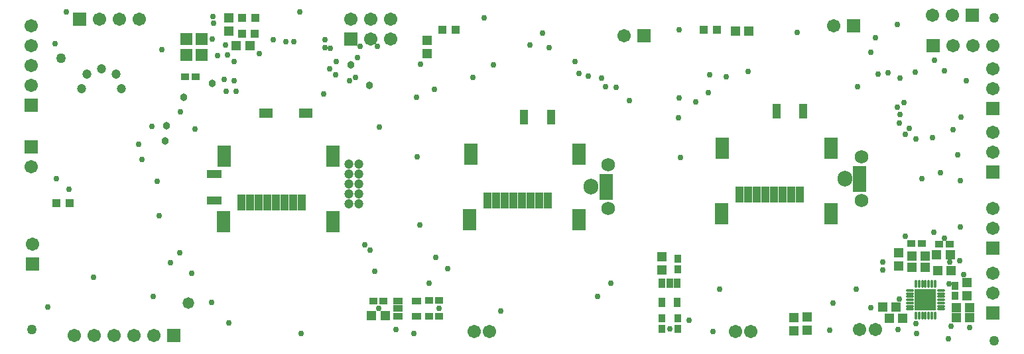
<source format=gts>
G04*
G04 #@! TF.GenerationSoftware,Altium Limited,Altium Designer,21.6.4 (81)*
G04*
G04 Layer_Color=8388736*
%FSLAX25Y25*%
%MOIN*%
G70*
G04*
G04 #@! TF.SameCoordinates,DF6BEBB8-A918-4F7C-B8FD-E409C10D3AD1*
G04*
G04*
G04 #@! TF.FilePolarity,Negative*
G04*
G01*
G75*
%ADD33R,0.06509X0.10642*%
%ADD34R,0.06706X0.10642*%
%ADD35R,0.03950X0.08280*%
%ADD36R,0.04737X0.05131*%
%ADD37C,0.05000*%
%ADD38R,0.03950X0.03950*%
%ADD39R,0.03950X0.07493*%
%ADD40R,0.07493X0.03950*%
%ADD41R,0.07099X0.04737*%
%ADD42R,0.05918X0.05918*%
%ADD43R,0.06706X0.02572*%
%ADD44R,0.05131X0.04737*%
%ADD45R,0.04343X0.03556*%
%ADD46R,0.05131X0.03359*%
%ADD47R,0.03556X0.04343*%
%ADD48O,0.03950X0.01587*%
%ADD49O,0.01587X0.03950*%
%ADD50R,0.11036X0.11036*%
%ADD51R,0.03359X0.05131*%
%ADD52C,0.06706*%
%ADD53R,0.06706X0.06706*%
%ADD54R,0.06706X0.06706*%
%ADD55C,0.04737*%
%ADD56O,0.07493X0.07887*%
%ADD57C,0.06902*%
%ADD58C,0.03000*%
%ADD59C,0.05800*%
%ADD60C,0.03800*%
%ADD61C,0.02769*%
D33*
X79863Y90500D02*
D03*
X79816Y57500D02*
D03*
X330153Y61500D02*
D03*
X330200Y94500D02*
D03*
X203653Y58500D02*
D03*
X203700Y91500D02*
D03*
D34*
X25363Y90500D02*
D03*
X24863Y57500D02*
D03*
X275200Y61500D02*
D03*
X275700Y94500D02*
D03*
X148700Y58500D02*
D03*
X149200Y91500D02*
D03*
D35*
X33851Y66949D02*
D03*
X38182D02*
D03*
X42513D02*
D03*
X46843D02*
D03*
X51174D02*
D03*
X55505D02*
D03*
X59835D02*
D03*
X64166D02*
D03*
X314503Y70949D02*
D03*
X310172D02*
D03*
X305842D02*
D03*
X301511D02*
D03*
X297180D02*
D03*
X292850D02*
D03*
X288519D02*
D03*
X284188D02*
D03*
X188003Y67949D02*
D03*
X183672D02*
D03*
X179342D02*
D03*
X175011D02*
D03*
X170680D02*
D03*
X166350D02*
D03*
X162019D02*
D03*
X157688D02*
D03*
D36*
X318200Y2654D02*
D03*
Y9347D02*
D03*
X311700Y2454D02*
D03*
Y9146D02*
D03*
X27500Y159947D02*
D03*
Y153253D02*
D03*
X398700Y26846D02*
D03*
Y20154D02*
D03*
X245200Y33154D02*
D03*
Y39846D02*
D03*
X127263Y148846D02*
D03*
Y142154D02*
D03*
X364200Y35153D02*
D03*
Y41846D02*
D03*
D37*
X412100Y-2562D02*
D03*
Y160000D02*
D03*
X-56734Y139637D02*
D03*
X-71400Y3000D02*
D03*
D38*
X40848Y160000D02*
D03*
X34352D02*
D03*
X34152Y152100D02*
D03*
X40648D02*
D03*
X-59048Y66600D02*
D03*
X-52552D02*
D03*
X141448Y154000D02*
D03*
X134952D02*
D03*
X266315Y153900D02*
D03*
X272811D02*
D03*
D39*
X176070Y110100D02*
D03*
X189456D02*
D03*
X316356Y113000D02*
D03*
X302970D02*
D03*
D40*
X20263Y67907D02*
D03*
Y81293D02*
D03*
D41*
X46263Y112000D02*
D03*
X66263D02*
D03*
D42*
X6200Y141500D02*
D03*
X14074D02*
D03*
X6200Y149374D02*
D03*
X14074D02*
D03*
D43*
X344700Y73764D02*
D03*
Y76323D02*
D03*
Y78882D02*
D03*
Y81441D02*
D03*
Y84000D02*
D03*
X217200Y69764D02*
D03*
Y72323D02*
D03*
Y74882D02*
D03*
Y77441D02*
D03*
Y80000D02*
D03*
D44*
X38109Y146000D02*
D03*
X31417D02*
D03*
X106109Y10063D02*
D03*
X99417D02*
D03*
X356316Y14300D02*
D03*
X363010D02*
D03*
X400046Y14000D02*
D03*
X393354D02*
D03*
Y9000D02*
D03*
X400046D02*
D03*
X390610Y32800D02*
D03*
X383917D02*
D03*
X383417Y40600D02*
D03*
X390109D02*
D03*
X377547Y40000D02*
D03*
X370853D02*
D03*
X370853Y34500D02*
D03*
X377547D02*
D03*
X359517Y8700D02*
D03*
X366210D02*
D03*
X282217Y153500D02*
D03*
X288910D02*
D03*
D45*
X10822Y130500D02*
D03*
X5704D02*
D03*
X133322Y17563D02*
D03*
X128204D02*
D03*
X384641Y46000D02*
D03*
X389759D02*
D03*
X375759Y46500D02*
D03*
X370641D02*
D03*
X100204Y17500D02*
D03*
X105322D02*
D03*
X128204Y9563D02*
D03*
X133322D02*
D03*
D46*
X121987Y17303D02*
D03*
Y9823D02*
D03*
X112539D02*
D03*
Y13563D02*
D03*
Y17303D02*
D03*
D47*
X392700Y25059D02*
D03*
Y19941D02*
D03*
X245200Y3441D02*
D03*
Y8559D02*
D03*
X253200Y38559D02*
D03*
Y33441D02*
D03*
Y3441D02*
D03*
Y8559D02*
D03*
D48*
X385574Y13276D02*
D03*
Y14850D02*
D03*
Y16425D02*
D03*
Y18000D02*
D03*
Y19575D02*
D03*
Y21150D02*
D03*
Y22724D02*
D03*
X369826D02*
D03*
Y21150D02*
D03*
Y19575D02*
D03*
Y18000D02*
D03*
Y16425D02*
D03*
Y14850D02*
D03*
Y13276D02*
D03*
D49*
X382424Y25874D02*
D03*
X380850D02*
D03*
X379275D02*
D03*
X377700D02*
D03*
X376125D02*
D03*
X374550D02*
D03*
X372976D02*
D03*
Y10126D02*
D03*
X374550D02*
D03*
X376125D02*
D03*
X377700D02*
D03*
X379275D02*
D03*
X380850D02*
D03*
X382424D02*
D03*
D50*
X377700Y18000D02*
D03*
D51*
X252846Y16791D02*
D03*
X245365D02*
D03*
Y26240D02*
D03*
X249106D02*
D03*
X252846D02*
D03*
D52*
X-50000Y100D02*
D03*
X-40000D02*
D03*
X-30000D02*
D03*
X-20000D02*
D03*
X-10000D02*
D03*
X-71000Y45900D02*
D03*
X-71800Y126000D02*
D03*
Y136000D02*
D03*
Y146000D02*
D03*
Y156000D02*
D03*
X108763Y159500D02*
D03*
Y149500D02*
D03*
X98763Y159500D02*
D03*
Y149500D02*
D03*
X88763Y159500D02*
D03*
X-71737Y85000D02*
D03*
X-37300Y159500D02*
D03*
X-27300D02*
D03*
X-17300D02*
D03*
X381200Y161500D02*
D03*
X391200D02*
D03*
X282263Y2000D02*
D03*
X290074D02*
D03*
X352500Y2900D02*
D03*
X344689D02*
D03*
X411700Y64000D02*
D03*
Y54000D02*
D03*
Y31500D02*
D03*
Y21500D02*
D03*
X391700Y146000D02*
D03*
X401700D02*
D03*
X411700D02*
D03*
X150763Y2000D02*
D03*
X158574D02*
D03*
X411700Y134500D02*
D03*
Y124500D02*
D03*
Y102500D02*
D03*
Y92500D02*
D03*
X331700Y156000D02*
D03*
X226263Y151000D02*
D03*
D53*
X0Y100D02*
D03*
X88763Y149500D02*
D03*
X-47300Y159500D02*
D03*
X401200Y161500D02*
D03*
X381700Y146000D02*
D03*
X341700Y156000D02*
D03*
X236263Y151000D02*
D03*
D54*
X-71000Y35900D02*
D03*
X-71800Y116000D02*
D03*
X-71737Y95000D02*
D03*
X411700Y44000D02*
D03*
Y11500D02*
D03*
Y114500D02*
D03*
Y82500D02*
D03*
D55*
X87963Y86400D02*
D03*
Y81400D02*
D03*
Y76400D02*
D03*
Y71400D02*
D03*
Y66400D02*
D03*
X92963D02*
D03*
Y71400D02*
D03*
Y76400D02*
D03*
Y81400D02*
D03*
Y86400D02*
D03*
X-26300Y124500D02*
D03*
X-36300Y134500D02*
D03*
X-46300Y124500D02*
D03*
X-29056Y131587D02*
D03*
X-43623D02*
D03*
D56*
X337220Y78882D02*
D03*
X209720Y74882D02*
D03*
D57*
X345684Y67858D02*
D03*
Y89906D02*
D03*
X218184Y63858D02*
D03*
Y85905D02*
D03*
D58*
X389500Y26100D02*
D03*
X-63300Y14400D02*
D03*
X-40500Y29500D02*
D03*
X18900Y16600D02*
D03*
X63800Y1100D02*
D03*
X120563D02*
D03*
X123600Y55700D02*
D03*
X-7400Y60300D02*
D03*
X-8400Y77700D02*
D03*
X-16144Y88556D02*
D03*
X-11100Y105350D02*
D03*
X-59100Y79000D02*
D03*
X-52600Y73700D02*
D03*
X-10500Y19700D02*
D03*
X-1900Y36700D02*
D03*
X-17700Y96500D02*
D03*
X-54237Y163000D02*
D03*
X8963Y31300D02*
D03*
X91200Y130063D02*
D03*
X81563Y138000D02*
D03*
X102250Y145713D02*
D03*
X27500Y6300D02*
D03*
X3000Y41600D02*
D03*
X128363Y26400D02*
D03*
X185100Y152300D02*
D03*
X390500Y4800D02*
D03*
X389263Y-1600D02*
D03*
X19700Y160800D02*
D03*
X75863Y149100D02*
D03*
X331300Y16200D02*
D03*
X356163Y37000D02*
D03*
Y33100D02*
D03*
X274263Y23300D02*
D03*
X376000Y78900D02*
D03*
X95900Y45600D02*
D03*
X101000Y32500D02*
D03*
X98500Y43000D02*
D03*
X137700Y33600D02*
D03*
X133363Y13700D02*
D03*
X350163Y142600D02*
D03*
X111700Y2863D02*
D03*
X212963Y19800D02*
D03*
X350163Y14000D02*
D03*
X381363Y99700D02*
D03*
X342800Y23400D02*
D03*
X385163Y82100D02*
D03*
X358963Y132400D02*
D03*
X387263Y49000D02*
D03*
X393963Y90900D02*
D03*
X131663Y39400D02*
D03*
X102948Y13800D02*
D03*
X219713Y26500D02*
D03*
X288563Y133100D02*
D03*
X253863Y154000D02*
D03*
X313263Y152600D02*
D03*
X269163Y131500D02*
D03*
X160663Y136400D02*
D03*
X155963Y160100D02*
D03*
X178863Y146200D02*
D03*
X201663Y137900D02*
D03*
X208163Y130700D02*
D03*
X164263Y12200D02*
D03*
X203563Y132100D02*
D03*
X216863Y125500D02*
D03*
X214863Y129600D02*
D03*
X222263Y125000D02*
D03*
X228963Y118400D02*
D03*
X367463Y101500D02*
D03*
X188563Y145100D02*
D03*
X130963Y123900D02*
D03*
X150163Y130000D02*
D03*
X124063Y136700D02*
D03*
X122163Y89900D02*
D03*
X121763Y120100D02*
D03*
X365063Y111500D02*
D03*
X364563Y107100D02*
D03*
X372763Y99000D02*
D03*
X369663Y104400D02*
D03*
X363463Y115100D02*
D03*
X366763Y117500D02*
D03*
X262363Y117700D02*
D03*
X253563Y109800D02*
D03*
X395263Y77900D02*
D03*
X343663Y125500D02*
D03*
X352563Y150000D02*
D03*
X354063Y131700D02*
D03*
X364963Y129700D02*
D03*
X372563Y132800D02*
D03*
X382163Y138700D02*
D03*
X391563Y103600D02*
D03*
X395663Y109900D02*
D03*
X398263Y128200D02*
D03*
X387263Y133300D02*
D03*
X270863Y1900D02*
D03*
X258863Y7800D02*
D03*
X249163Y3400D02*
D03*
X253863Y119700D02*
D03*
X277463Y130400D02*
D03*
X268463Y122500D02*
D03*
X329563Y2800D02*
D03*
X389916Y36900D02*
D03*
X394763Y37600D02*
D03*
X397046Y30800D02*
D03*
X373163Y1000D02*
D03*
X373063Y6100D02*
D03*
X399963Y4100D02*
D03*
X364663Y18400D02*
D03*
X363763Y3100D02*
D03*
X395263Y54800D02*
D03*
X381963Y52000D02*
D03*
X254563Y89700D02*
D03*
X367563Y50100D02*
D03*
X30263Y138000D02*
D03*
X26763Y141500D02*
D03*
X19263Y149374D02*
D03*
X25763Y146500D02*
D03*
X81263Y131500D02*
D03*
X26200Y123063D02*
D03*
X31200D02*
D03*
X21763Y141000D02*
D03*
X30263Y128500D02*
D03*
X25263Y129000D02*
D03*
X19763Y157500D02*
D03*
X363700Y156563D02*
D03*
X60200Y148063D02*
D03*
X-59800Y147063D02*
D03*
X63200Y163063D02*
D03*
X103200Y105063D02*
D03*
X92200Y140063D02*
D03*
X93700Y145563D02*
D03*
X10700Y104063D02*
D03*
X3200Y112563D02*
D03*
X78563Y144523D02*
D03*
X-6237Y144000D02*
D03*
X42763Y142000D02*
D03*
X56263Y148000D02*
D03*
X49763Y149000D02*
D03*
X75763Y145000D02*
D03*
X78263Y134500D02*
D03*
X88263Y128500D02*
D03*
X75263Y121600D02*
D03*
D59*
X7100Y16400D02*
D03*
D60*
X98263Y126000D02*
D03*
X88763Y136500D02*
D03*
X-4400Y97900D02*
D03*
X-3737Y105750D02*
D03*
X19263Y127000D02*
D03*
X4763Y120000D02*
D03*
D61*
X379865Y15835D02*
D03*
X375535D02*
D03*
X379865Y20165D02*
D03*
X375535D02*
D03*
M02*

</source>
